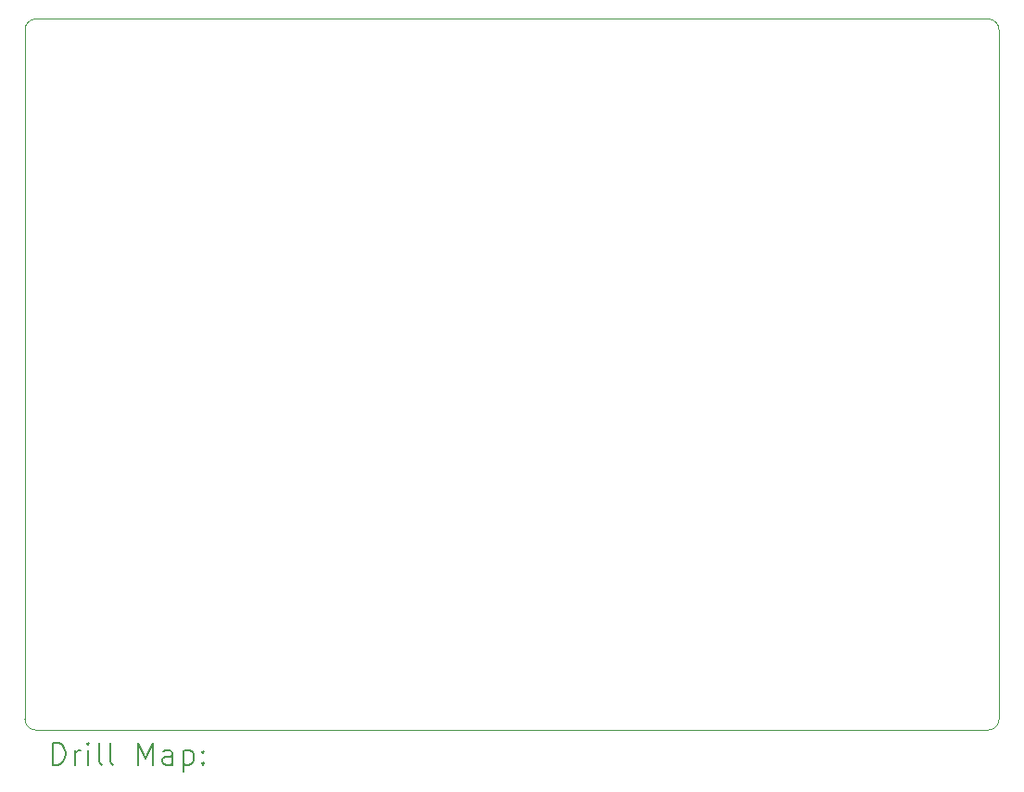
<source format=gbr>
%TF.GenerationSoftware,KiCad,Pcbnew,8.0.1*%
%TF.CreationDate,2024-04-14T19:48:49+02:00*%
%TF.ProjectId,start_1,73746172-745f-4312-9e6b-696361645f70,rev?*%
%TF.SameCoordinates,Original*%
%TF.FileFunction,Drillmap*%
%TF.FilePolarity,Positive*%
%FSLAX45Y45*%
G04 Gerber Fmt 4.5, Leading zero omitted, Abs format (unit mm)*
G04 Created by KiCad (PCBNEW 8.0.1) date 2024-04-14 19:48:49*
%MOMM*%
%LPD*%
G01*
G04 APERTURE LIST*
%ADD10C,0.100000*%
%ADD11C,0.200000*%
G04 APERTURE END LIST*
D10*
X14400000Y-22200000D02*
G75*
G02*
X14300000Y-22100000I0J100000D01*
G01*
X23100000Y-22200000D02*
X14400000Y-22200000D01*
X23200000Y-22100000D02*
G75*
G02*
X23100000Y-22200000I-100000J0D01*
G01*
X14300000Y-15800000D02*
G75*
G02*
X14400000Y-15700000I100000J0D01*
G01*
X23200000Y-15800000D02*
X23200000Y-22100000D01*
X23100000Y-15700000D02*
G75*
G02*
X23200000Y-15800000I0J-100000D01*
G01*
X14300000Y-22100000D02*
X14300000Y-15800000D01*
X14400000Y-15700000D02*
X23100000Y-15700000D01*
D11*
X14555777Y-22516484D02*
X14555777Y-22316484D01*
X14555777Y-22316484D02*
X14603396Y-22316484D01*
X14603396Y-22316484D02*
X14631967Y-22326008D01*
X14631967Y-22326008D02*
X14651015Y-22345055D01*
X14651015Y-22345055D02*
X14660539Y-22364103D01*
X14660539Y-22364103D02*
X14670062Y-22402198D01*
X14670062Y-22402198D02*
X14670062Y-22430769D01*
X14670062Y-22430769D02*
X14660539Y-22468865D01*
X14660539Y-22468865D02*
X14651015Y-22487912D01*
X14651015Y-22487912D02*
X14631967Y-22506960D01*
X14631967Y-22506960D02*
X14603396Y-22516484D01*
X14603396Y-22516484D02*
X14555777Y-22516484D01*
X14755777Y-22516484D02*
X14755777Y-22383150D01*
X14755777Y-22421246D02*
X14765301Y-22402198D01*
X14765301Y-22402198D02*
X14774824Y-22392674D01*
X14774824Y-22392674D02*
X14793872Y-22383150D01*
X14793872Y-22383150D02*
X14812920Y-22383150D01*
X14879586Y-22516484D02*
X14879586Y-22383150D01*
X14879586Y-22316484D02*
X14870062Y-22326008D01*
X14870062Y-22326008D02*
X14879586Y-22335531D01*
X14879586Y-22335531D02*
X14889110Y-22326008D01*
X14889110Y-22326008D02*
X14879586Y-22316484D01*
X14879586Y-22316484D02*
X14879586Y-22335531D01*
X15003396Y-22516484D02*
X14984348Y-22506960D01*
X14984348Y-22506960D02*
X14974824Y-22487912D01*
X14974824Y-22487912D02*
X14974824Y-22316484D01*
X15108158Y-22516484D02*
X15089110Y-22506960D01*
X15089110Y-22506960D02*
X15079586Y-22487912D01*
X15079586Y-22487912D02*
X15079586Y-22316484D01*
X15336729Y-22516484D02*
X15336729Y-22316484D01*
X15336729Y-22316484D02*
X15403396Y-22459341D01*
X15403396Y-22459341D02*
X15470062Y-22316484D01*
X15470062Y-22316484D02*
X15470062Y-22516484D01*
X15651015Y-22516484D02*
X15651015Y-22411722D01*
X15651015Y-22411722D02*
X15641491Y-22392674D01*
X15641491Y-22392674D02*
X15622443Y-22383150D01*
X15622443Y-22383150D02*
X15584348Y-22383150D01*
X15584348Y-22383150D02*
X15565301Y-22392674D01*
X15651015Y-22506960D02*
X15631967Y-22516484D01*
X15631967Y-22516484D02*
X15584348Y-22516484D01*
X15584348Y-22516484D02*
X15565301Y-22506960D01*
X15565301Y-22506960D02*
X15555777Y-22487912D01*
X15555777Y-22487912D02*
X15555777Y-22468865D01*
X15555777Y-22468865D02*
X15565301Y-22449817D01*
X15565301Y-22449817D02*
X15584348Y-22440293D01*
X15584348Y-22440293D02*
X15631967Y-22440293D01*
X15631967Y-22440293D02*
X15651015Y-22430769D01*
X15746253Y-22383150D02*
X15746253Y-22583150D01*
X15746253Y-22392674D02*
X15765301Y-22383150D01*
X15765301Y-22383150D02*
X15803396Y-22383150D01*
X15803396Y-22383150D02*
X15822443Y-22392674D01*
X15822443Y-22392674D02*
X15831967Y-22402198D01*
X15831967Y-22402198D02*
X15841491Y-22421246D01*
X15841491Y-22421246D02*
X15841491Y-22478388D01*
X15841491Y-22478388D02*
X15831967Y-22497436D01*
X15831967Y-22497436D02*
X15822443Y-22506960D01*
X15822443Y-22506960D02*
X15803396Y-22516484D01*
X15803396Y-22516484D02*
X15765301Y-22516484D01*
X15765301Y-22516484D02*
X15746253Y-22506960D01*
X15927205Y-22497436D02*
X15936729Y-22506960D01*
X15936729Y-22506960D02*
X15927205Y-22516484D01*
X15927205Y-22516484D02*
X15917682Y-22506960D01*
X15917682Y-22506960D02*
X15927205Y-22497436D01*
X15927205Y-22497436D02*
X15927205Y-22516484D01*
X15927205Y-22392674D02*
X15936729Y-22402198D01*
X15936729Y-22402198D02*
X15927205Y-22411722D01*
X15927205Y-22411722D02*
X15917682Y-22402198D01*
X15917682Y-22402198D02*
X15927205Y-22392674D01*
X15927205Y-22392674D02*
X15927205Y-22411722D01*
M02*

</source>
